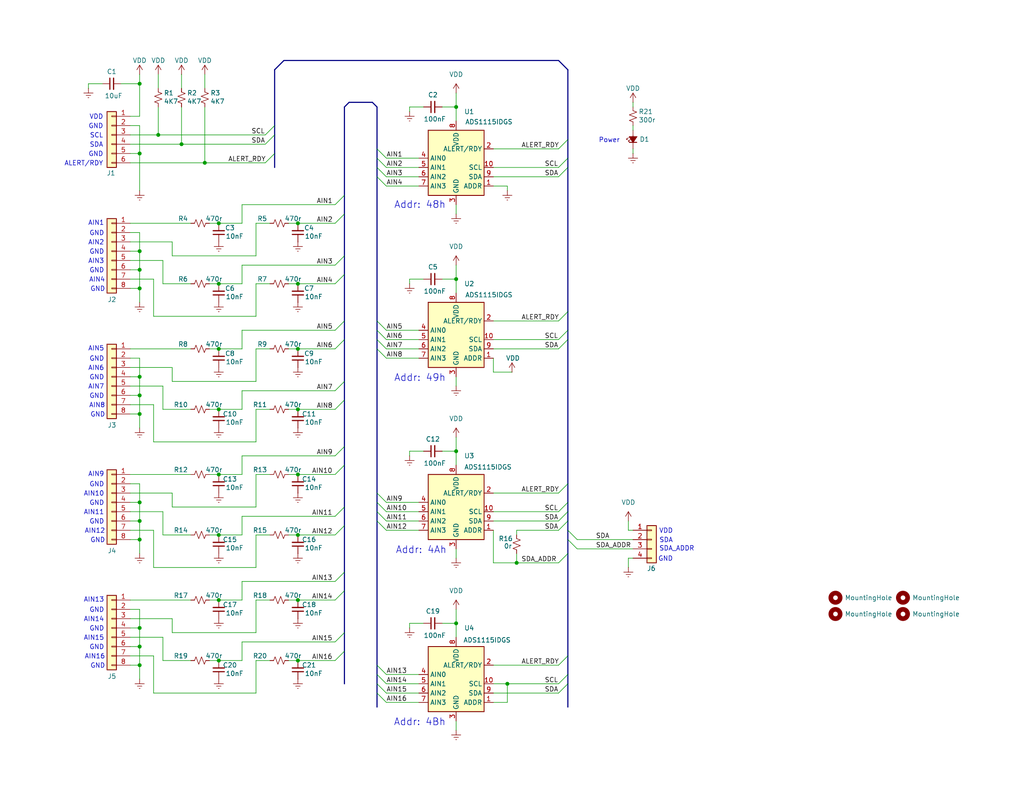
<source format=kicad_sch>
(kicad_sch (version 20231120) (generator "eeschema") (generator_version "8.0")
  (paper "A")
  (title_block (title "ADS1115 16 Ch ADC") (date "2024-11-23") (rev "1") (company "Gadget Reboot") (comment 1 "https://www.youtube.com/@gadgetreboot") (comment 2 "https://github.com/GadgetReboot/ADS1115_16ch"))
  (junction (at 138.43 186.69))
  (junction (at 38.1 22.86))
  (junction (at 49.53 39.37))
  (junction (at 38.1 147.32))
  (junction (at 59.69 77.47))
  (junction (at 81.28 77.47))
  (junction (at 81.28 111.76))
  (junction (at 59.69 95.25))
  (junction (at 81.28 163.83))
  (junction (at 38.1 107.95))
  (junction (at 38.1 113.03))
  (junction (at 81.28 95.25))
  (junction (at 38.1 176.53))
  (junction (at 124.46 170.18))
  (junction (at 59.69 146.05))
  (junction (at 38.1 78.74))
  (junction (at 81.28 129.54))
  (junction (at 38.1 137.16))
  (junction (at 38.1 73.66))
  (junction (at 38.1 41.91))
  (junction (at 140.97 153.67))
  (junction (at 81.28 180.34))
  (junction (at 38.1 171.45))
  (junction (at 81.28 60.96))
  (junction (at 59.69 180.34))
  (junction (at 59.69 60.96))
  (junction (at 38.1 142.24))
  (junction (at 124.46 29.21))
  (junction (at 124.46 76.2))
  (junction (at 38.1 102.87))
  (junction (at 59.69 111.76))
  (junction (at 38.1 68.58))
  (junction (at 124.46 123.19))
  (junction (at 59.69 129.54))
  (junction (at 55.88 44.45))
  (junction (at 43.18 36.83))
  (junction (at 59.69 163.83))
  (junction (at 81.28 146.05))
  (junction (at 38.1 181.61))
  (bus_entry (at 102.87 87.63) (size 2.54 2.54))
  (bus_entry (at 102.87 186.69) (size 2.54 2.54))
  (bus_entry (at 102.87 92.71) (size 2.54 2.54))
  (bus_entry (at 93.98 161.29) (size -2.54 2.54))
  (bus_entry (at 154.94 45.72) (size -2.54 2.54))
  (bus_entry (at 102.87 139.7) (size 2.54 2.54))
  (bus_entry (at 154.94 90.17) (size -2.54 2.54))
  (bus_entry (at 154.94 179.07) (size -2.54 2.54))
  (bus_entry (at 154.94 85.09) (size -2.54 2.54))
  (bus_entry (at 93.98 177.8) (size -2.54 2.54))
  (bus_entry (at 102.87 189.23) (size 2.54 2.54))
  (bus_entry (at 93.98 92.71) (size -2.54 2.54))
  (bus_entry (at 102.87 90.17) (size 2.54 2.54))
  (bus_entry (at 102.87 43.18) (size 2.54 2.54))
  (bus_entry (at 154.94 92.71) (size -2.54 2.54))
  (bus_entry (at 154.94 184.15) (size -2.54 2.54))
  (bus_entry (at 74.93 36.83) (size -2.54 2.54))
  (bus_entry (at 102.87 137.16) (size 2.54 2.54))
  (bus_entry (at 93.98 87.63) (size -2.54 2.54))
  (bus_entry (at 102.87 181.61) (size 2.54 2.54))
  (bus_entry (at 154.94 151.13) (size -2.54 2.54))
  (bus_entry (at 102.87 48.26) (size 2.54 2.54))
  (bus_entry (at 93.98 121.92) (size -2.54 2.54))
  (bus_entry (at 74.93 34.29) (size -2.54 2.54))
  (bus_entry (at 74.93 41.91) (size -2.54 2.54))
  (bus_entry (at 93.98 53.34) (size -2.54 2.54))
  (bus_entry (at 93.98 104.14) (size -2.54 2.54))
  (bus_entry (at 102.87 134.62) (size 2.54 2.54))
  (bus_entry (at 154.94 137.16) (size -2.54 2.54))
  (bus_entry (at 93.98 74.93) (size -2.54 2.54))
  (bus_entry (at 154.94 139.7) (size -2.54 2.54))
  (bus_entry (at 93.98 156.21) (size -2.54 2.54))
  (bus_entry (at 154.94 142.24) (size -2.54 2.54))
  (bus_entry (at 102.87 40.64) (size 2.54 2.54))
  (bus_entry (at 93.98 143.51) (size -2.54 2.54))
  (bus_entry (at 154.94 186.69) (size -2.54 2.54))
  (bus_entry (at 102.87 45.72) (size 2.54 2.54))
  (bus_entry (at 93.98 172.72) (size -2.54 2.54))
  (bus_entry (at 154.94 144.78) (size 2.54 2.54))
  (bus_entry (at 93.98 69.85) (size -2.54 2.54))
  (bus_entry (at 102.87 95.25) (size 2.54 2.54))
  (bus_entry (at 154.94 43.18) (size -2.54 2.54))
  (bus_entry (at 93.98 127) (size -2.54 2.54))
  (bus_entry (at 93.98 58.42) (size -2.54 2.54))
  (bus_entry (at 102.87 184.15) (size 2.54 2.54))
  (bus_entry (at 93.98 109.22) (size -2.54 2.54))
  (bus_entry (at 93.98 138.43) (size -2.54 2.54))
  (bus_entry (at 102.87 142.24) (size 2.54 2.54))
  (bus_entry (at 154.94 38.1) (size -2.54 2.54))
  (bus_entry (at 154.94 147.32) (size 2.54 2.54))
  (bus_entry (at 154.94 132.08) (size -2.54 2.54))
  (wire (pts (xy 124.46 76.2) (xy 124.46 80.01)))
  (bus (pts (xy 93.98 104.14) (xy 93.98 109.22)))
  (wire (pts (xy 38.1 113.03) (xy 38.1 116.84)))
  (wire (pts (xy 124.46 29.21) (xy 124.46 33.02)))
  (wire (pts (xy 172.72 40.64) (xy 172.72 41.91)))
  (bus (pts (xy 93.98 172.72) (xy 93.98 177.8)))
  (wire (pts (xy 105.41 137.16) (xy 114.3 137.16)))
  (wire (pts (xy 105.41 90.17) (xy 114.3 90.17)))
  (wire (pts (xy 134.62 87.63) (xy 152.4 87.63)))
  (bus (pts (xy 154.94 151.13) (xy 154.94 179.07)))
  (wire (pts (xy 69.85 104.14) (xy 69.85 95.25)))
  (wire (pts (xy 57.15 111.76) (xy 59.69 111.76)))
  (wire (pts (xy 81.28 129.54) (xy 91.44 129.54)))
  (wire (pts (xy 105.41 191.77) (xy 114.3 191.77)))
  (bus (pts (xy 102.87 43.18) (xy 102.87 45.72)))
  (wire (pts (xy 69.85 180.34) (xy 73.66 180.34)))
  (wire (pts (xy 35.56 97.79) (xy 38.1 97.79)))
  (wire (pts (xy 157.48 149.86) (xy 172.72 149.86)))
  (wire (pts (xy 66.04 60.96) (xy 59.69 60.96)))
  (wire (pts (xy 134.62 134.62) (xy 152.4 134.62)))
  (wire (pts (xy 134.62 181.61) (xy 152.4 181.61)))
  (wire (pts (xy 124.46 123.19) (xy 124.46 119.38)))
  (bus (pts (xy 93.98 127) (xy 93.98 138.43)))
  (wire (pts (xy 69.85 120.65) (xy 69.85 111.76)))
  (bus (pts (xy 74.93 41.91) (xy 74.93 45.72)))
  (bus (pts (xy 102.87 40.64) (xy 102.87 43.18)))
  (wire (pts (xy 35.56 78.74) (xy 38.1 78.74)))
  (wire (pts (xy 81.28 95.25) (xy 91.44 95.25)))
  (wire (pts (xy 57.15 129.54) (xy 59.69 129.54)))
  (wire (pts (xy 171.45 152.4) (xy 171.45 154.94)))
  (wire (pts (xy 81.28 180.34) (xy 91.44 180.34)))
  (bus (pts (xy 74.93 34.29) (xy 74.93 36.83)))
  (wire (pts (xy 120.65 29.21) (xy 124.46 29.21)))
  (wire (pts (xy 69.85 172.72) (xy 69.85 163.83)))
  (wire (pts (xy 140.97 153.67) (xy 152.4 153.67)))
  (wire (pts (xy 69.85 95.25) (xy 73.66 95.25)))
  (wire (pts (xy 81.28 77.47) (xy 91.44 77.47)))
  (wire (pts (xy 57.15 146.05) (xy 59.69 146.05)))
  (wire (pts (xy 69.85 69.85) (xy 69.85 60.96)))
  (bus (pts (xy 102.87 137.16) (xy 102.87 139.7)))
  (wire (pts (xy 105.41 189.23) (xy 114.3 189.23)))
  (wire (pts (xy 55.88 20.32) (xy 55.88 24.13)))
  (wire (pts (xy 44.45 173.99) (xy 44.45 180.34)))
  (wire (pts (xy 38.1 107.95) (xy 38.1 113.03)))
  (bus (pts (xy 93.98 92.71) (xy 93.98 104.14)))
  (wire (pts (xy 124.46 29.21) (xy 124.46 25.4)))
  (wire (pts (xy 38.1 68.58) (xy 38.1 73.66)))
  (bus (pts (xy 93.98 161.29) (xy 93.98 172.72)))
  (wire (pts (xy 105.41 92.71) (xy 114.3 92.71)))
  (wire (pts (xy 38.1 171.45) (xy 38.1 176.53)))
  (wire (pts (xy 41.91 189.23) (xy 69.85 189.23)))
  (bus (pts (xy 154.94 137.16) (xy 154.94 139.7)))
  (bus (pts (xy 154.94 132.08) (xy 154.94 137.16)))
  (bus (pts (xy 154.94 38.1) (xy 154.94 43.18)))
  (wire (pts (xy 38.1 34.29) (xy 38.1 41.91)))
  (wire (pts (xy 172.72 27.94) (xy 172.72 29.21)))
  (bus (pts (xy 154.94 147.32) (xy 154.94 151.13)))
  (wire (pts (xy 105.41 95.25) (xy 114.3 95.25)))
  (wire (pts (xy 35.56 41.91) (xy 38.1 41.91)))
  (wire (pts (xy 115.57 123.19) (xy 111.76 123.19)))
  (wire (pts (xy 157.48 147.32) (xy 172.72 147.32)))
  (bus (pts (xy 154.94 186.69) (xy 154.94 193.04)))
  (wire (pts (xy 78.74 60.96) (xy 81.28 60.96)))
  (wire (pts (xy 66.04 55.88) (xy 66.04 60.96)))
  (bus (pts (xy 102.87 45.72) (xy 102.87 48.26)))
  (wire (pts (xy 44.45 139.7) (xy 44.45 146.05)))
  (wire (pts (xy 35.56 71.12) (xy 44.45 71.12)))
  (wire (pts (xy 69.85 163.83) (xy 73.66 163.83)))
  (wire (pts (xy 35.56 163.83) (xy 52.07 163.83)))
  (wire (pts (xy 66.04 163.83) (xy 66.04 158.75)))
  (wire (pts (xy 41.91 144.78) (xy 41.91 154.94)))
  (wire (pts (xy 59.69 129.54) (xy 66.04 129.54)))
  (wire (pts (xy 35.56 168.91) (xy 46.99 168.91)))
  (wire (pts (xy 57.15 60.96) (xy 59.69 60.96)))
  (bus (pts (xy 102.87 48.26) (xy 102.87 87.63)))
  (wire (pts (xy 78.74 146.05) (xy 81.28 146.05)))
  (wire (pts (xy 44.45 105.41) (xy 44.45 111.76)))
  (wire (pts (xy 57.15 95.25) (xy 59.69 95.25)))
  (bus (pts (xy 102.87 189.23) (xy 102.87 193.04)))
  (wire (pts (xy 35.56 137.16) (xy 38.1 137.16)))
  (wire (pts (xy 69.85 129.54) (xy 73.66 129.54)))
  (wire (pts (xy 115.57 170.18) (xy 111.76 170.18)))
  (bus (pts (xy 154.94 179.07) (xy 154.94 184.15)))
  (wire (pts (xy 35.56 181.61) (xy 38.1 181.61)))
  (wire (pts (xy 66.04 129.54) (xy 66.04 124.46)))
  (wire (pts (xy 66.04 77.47) (xy 66.04 72.39)))
  (wire (pts (xy 78.74 163.83) (xy 81.28 163.83)))
  (bus (pts (xy 154.94 90.17) (xy 154.94 92.71)))
  (wire (pts (xy 78.74 77.47) (xy 81.28 77.47)))
  (wire (pts (xy 66.04 106.68) (xy 91.44 106.68)))
  (wire (pts (xy 91.44 55.88) (xy 66.04 55.88)))
  (wire (pts (xy 66.04 72.39) (xy 91.44 72.39)))
  (wire (pts (xy 57.15 77.47) (xy 59.69 77.47)))
  (wire (pts (xy 35.56 105.41) (xy 44.45 105.41)))
  (wire (pts (xy 35.56 66.04) (xy 46.99 66.04)))
  (wire (pts (xy 35.56 68.58) (xy 38.1 68.58)))
  (bus (pts (xy 102.87 87.63) (xy 102.87 90.17)))
  (bus (pts (xy 74.93 19.05) (xy 74.93 34.29)))
  (wire (pts (xy 57.15 163.83) (xy 59.69 163.83)))
  (wire (pts (xy 66.04 175.26) (xy 91.44 175.26)))
  (wire (pts (xy 140.97 144.78) (xy 152.4 144.78)))
  (wire (pts (xy 24.13 22.86) (xy 24.13 24.13)))
  (wire (pts (xy 46.99 172.72) (xy 69.85 172.72)))
  (wire (pts (xy 105.41 139.7) (xy 114.3 139.7)))
  (wire (pts (xy 81.28 146.05) (xy 91.44 146.05)))
  (wire (pts (xy 35.56 100.33) (xy 46.99 100.33)))
  (wire (pts (xy 78.74 129.54) (xy 81.28 129.54)))
  (wire (pts (xy 91.44 124.46) (xy 66.04 124.46)))
  (wire (pts (xy 134.62 144.78) (xy 134.62 153.67)))
  (wire (pts (xy 44.45 71.12) (xy 44.45 77.47)))
  (wire (pts (xy 46.99 100.33) (xy 46.99 104.14)))
  (wire (pts (xy 115.57 76.2) (xy 111.76 76.2)))
  (wire (pts (xy 38.1 63.5) (xy 38.1 68.58)))
  (wire (pts (xy 35.56 44.45) (xy 55.88 44.45)))
  (wire (pts (xy 35.56 173.99) (xy 44.45 173.99)))
  (bus (pts (xy 93.98 29.21) (xy 93.98 53.34)))
  (wire (pts (xy 35.56 139.7) (xy 44.45 139.7)))
  (wire (pts (xy 66.04 140.97) (xy 91.44 140.97)))
  (wire (pts (xy 35.56 60.96) (xy 52.07 60.96)))
  (wire (pts (xy 43.18 36.83) (xy 72.39 36.83)))
  (bus (pts (xy 154.94 92.71) (xy 154.94 132.08)))
  (bus (pts (xy 101.6 27.94) (xy 102.87 29.21)))
  (wire (pts (xy 35.56 176.53) (xy 38.1 176.53)))
  (wire (pts (xy 134.62 191.77) (xy 138.43 191.77)))
  (wire (pts (xy 41.91 179.07) (xy 41.91 189.23)))
  (bus (pts (xy 154.94 184.15) (xy 154.94 186.69)))
  (wire (pts (xy 41.91 86.36) (xy 69.85 86.36)))
  (wire (pts (xy 38.1 97.79) (xy 38.1 102.87)))
  (wire (pts (xy 124.46 170.18) (xy 124.46 166.37)))
  (bus (pts (xy 95.25 27.94) (xy 101.6 27.94)))
  (wire (pts (xy 66.04 95.25) (xy 66.04 90.17)))
  (wire (pts (xy 43.18 36.83) (xy 43.18 29.21)))
  (bus (pts (xy 154.94 85.09) (xy 154.94 90.17)))
  (wire (pts (xy 69.85 138.43) (xy 69.85 129.54)))
  (wire (pts (xy 46.99 104.14) (xy 69.85 104.14)))
  (bus (pts (xy 93.98 87.63) (xy 93.98 92.71)))
  (wire (pts (xy 134.62 139.7) (xy 152.4 139.7)))
  (wire (pts (xy 69.85 77.47) (xy 73.66 77.47)))
  (bus (pts (xy 93.98 138.43) (xy 93.98 143.51)))
  (wire (pts (xy 69.85 111.76) (xy 73.66 111.76)))
  (wire (pts (xy 35.56 73.66) (xy 38.1 73.66)))
  (wire (pts (xy 38.1 78.74) (xy 38.1 82.55)))
  (wire (pts (xy 35.56 132.08) (xy 38.1 132.08)))
  (wire (pts (xy 69.85 146.05) (xy 73.66 146.05)))
  (wire (pts (xy 59.69 95.25) (xy 66.04 95.25)))
  (wire (pts (xy 38.1 102.87) (xy 38.1 107.95)))
  (bus (pts (xy 102.87 186.69) (xy 102.87 189.23)))
  (wire (pts (xy 134.62 40.64) (xy 152.4 40.64)))
  (wire (pts (xy 44.45 77.47) (xy 52.07 77.47)))
  (wire (pts (xy 134.62 186.69) (xy 138.43 186.69)))
  (bus (pts (xy 154.94 43.18) (xy 154.94 45.72)))
  (wire (pts (xy 38.1 147.32) (xy 38.1 151.13)))
  (wire (pts (xy 105.41 45.72) (xy 114.3 45.72)))
  (wire (pts (xy 111.76 29.21) (xy 111.76 30.48)))
  (wire (pts (xy 115.57 29.21) (xy 111.76 29.21)))
  (bus (pts (xy 93.98 143.51) (xy 93.98 156.21)))
  (wire (pts (xy 59.69 111.76) (xy 66.04 111.76)))
  (wire (pts (xy 43.18 20.32) (xy 43.18 24.13)))
  (wire (pts (xy 38.1 73.66) (xy 38.1 78.74)))
  (wire (pts (xy 105.41 142.24) (xy 114.3 142.24)))
  (wire (pts (xy 105.41 184.15) (xy 114.3 184.15)))
  (wire (pts (xy 172.72 152.4) (xy 171.45 152.4)))
  (wire (pts (xy 49.53 39.37) (xy 72.39 39.37)))
  (wire (pts (xy 41.91 154.94) (xy 69.85 154.94)))
  (wire (pts (xy 78.74 95.25) (xy 81.28 95.25)))
  (wire (pts (xy 35.56 63.5) (xy 38.1 63.5)))
  (wire (pts (xy 38.1 132.08) (xy 38.1 137.16)))
  (wire (pts (xy 46.99 69.85) (xy 69.85 69.85)))
  (bus (pts (xy 154.94 19.05) (xy 154.94 38.1)))
  (wire (pts (xy 59.69 146.05) (xy 66.04 146.05)))
  (wire (pts (xy 171.45 144.78) (xy 171.45 142.24)))
  (wire (pts (xy 124.46 76.2) (xy 124.46 72.39)))
  (wire (pts (xy 105.41 48.26) (xy 114.3 48.26)))
  (wire (pts (xy 38.1 22.86) (xy 38.1 20.32)))
  (wire (pts (xy 138.43 186.69) (xy 152.4 186.69)))
  (bus (pts (xy 102.87 90.17) (xy 102.87 92.71)))
  (wire (pts (xy 124.46 196.85) (xy 124.46 199.39)))
  (bus (pts (xy 93.98 109.22) (xy 93.98 121.92)))
  (wire (pts (xy 124.46 149.86) (xy 124.46 152.4)))
  (wire (pts (xy 134.62 101.6) (xy 134.62 97.79)))
  (wire (pts (xy 105.41 97.79) (xy 114.3 97.79)))
  (wire (pts (xy 38.1 31.75) (xy 38.1 22.86)))
  (wire (pts (xy 81.28 163.83) (xy 91.44 163.83)))
  (wire (pts (xy 134.62 142.24) (xy 152.4 142.24)))
  (wire (pts (xy 35.56 179.07) (xy 41.91 179.07)))
  (wire (pts (xy 44.45 111.76) (xy 52.07 111.76)))
  (wire (pts (xy 38.1 176.53) (xy 38.1 181.61)))
  (wire (pts (xy 59.69 180.34) (xy 66.04 180.34)))
  (wire (pts (xy 172.72 34.29) (xy 172.72 35.56)))
  (bus (pts (xy 93.98 74.93) (xy 93.98 87.63)))
  (bus (pts (xy 93.98 58.42) (xy 93.98 69.85)))
  (wire (pts (xy 41.91 120.65) (xy 69.85 120.65)))
  (bus (pts (xy 95.25 27.94) (xy 93.98 29.21)))
  (wire (pts (xy 44.45 180.34) (xy 52.07 180.34)))
  (wire (pts (xy 134.62 92.71) (xy 152.4 92.71)))
  (wire (pts (xy 35.56 95.25) (xy 52.07 95.25)))
  (wire (pts (xy 134.62 50.8) (xy 138.43 50.8)))
  (wire (pts (xy 66.04 146.05) (xy 66.04 140.97)))
  (wire (pts (xy 124.46 55.88) (xy 124.46 58.42)))
  (wire (pts (xy 41.91 76.2) (xy 41.91 86.36)))
  (wire (pts (xy 69.85 189.23) (xy 69.85 180.34)))
  (wire (pts (xy 35.56 36.83) (xy 43.18 36.83)))
  (wire (pts (xy 138.43 186.69) (xy 138.43 191.77)))
  (bus (pts (xy 102.87 184.15) (xy 102.87 186.69)))
  (wire (pts (xy 35.56 147.32) (xy 38.1 147.32)))
  (bus (pts (xy 93.98 177.8) (xy 93.98 186.69)))
  (wire (pts (xy 38.1 137.16) (xy 38.1 142.24)))
  (wire (pts (xy 66.04 111.76) (xy 66.04 106.68)))
  (wire (pts (xy 35.56 129.54) (xy 52.07 129.54)))
  (wire (pts (xy 105.41 186.69) (xy 114.3 186.69)))
  (wire (pts (xy 134.62 153.67) (xy 140.97 153.67)))
  (wire (pts (xy 120.65 123.19) (xy 124.46 123.19)))
  (wire (pts (xy 111.76 170.18) (xy 111.76 171.45)))
  (wire (pts (xy 35.56 39.37) (xy 49.53 39.37)))
  (wire (pts (xy 59.69 163.83) (xy 66.04 163.83)))
  (wire (pts (xy 38.1 142.24) (xy 38.1 147.32)))
  (wire (pts (xy 35.56 107.95) (xy 38.1 107.95)))
  (wire (pts (xy 124.46 170.18) (xy 124.46 173.99)))
  (wire (pts (xy 38.1 41.91) (xy 38.1 52.07)))
  (bus (pts (xy 154.94 144.78) (xy 154.94 147.32)))
  (wire (pts (xy 140.97 146.05) (xy 140.97 144.78)))
  (wire (pts (xy 134.62 95.25) (xy 152.4 95.25)))
  (wire (pts (xy 49.53 20.32) (xy 49.53 24.13)))
  (wire (pts (xy 33.02 22.86) (xy 38.1 22.86)))
  (wire (pts (xy 55.88 44.45) (xy 72.39 44.45)))
  (wire (pts (xy 35.56 144.78) (xy 41.91 144.78)))
  (wire (pts (xy 46.99 66.04) (xy 46.99 69.85)))
  (wire (pts (xy 46.99 138.43) (xy 69.85 138.43)))
  (wire (pts (xy 46.99 134.62) (xy 46.99 138.43)))
  (wire (pts (xy 69.85 86.36) (xy 69.85 77.47)))
  (wire (pts (xy 35.56 142.24) (xy 38.1 142.24)))
  (wire (pts (xy 35.56 76.2) (xy 41.91 76.2)))
  (bus (pts (xy 93.98 53.34) (xy 93.98 58.42)))
  (bus (pts (xy 74.93 19.05) (xy 77.47 16.51)))
  (bus (pts (xy 154.94 139.7) (xy 154.94 142.24)))
  (wire (pts (xy 78.74 111.76) (xy 81.28 111.76)))
  (wire (pts (xy 91.44 158.75) (xy 66.04 158.75)))
  (wire (pts (xy 81.28 60.96) (xy 91.44 60.96)))
  (bus (pts (xy 77.47 16.51) (xy 152.4 16.51)))
  (wire (pts (xy 105.41 144.78) (xy 114.3 144.78)))
  (wire (pts (xy 124.46 123.19) (xy 124.46 127)))
  (bus (pts (xy 154.94 142.24) (xy 154.94 144.78)))
  (wire (pts (xy 134.62 48.26) (xy 152.4 48.26)))
  (bus (pts (xy 102.87 142.24) (xy 102.87 181.61)))
  (wire (pts (xy 27.94 22.86) (xy 24.13 22.86)))
  (wire (pts (xy 66.04 180.34) (xy 66.04 175.26)))
  (bus (pts (xy 102.87 134.62) (xy 102.87 137.16)))
  (wire (pts (xy 69.85 60.96) (xy 73.66 60.96)))
  (bus (pts (xy 93.98 156.21) (xy 93.98 161.29)))
  (wire (pts (xy 172.72 144.78) (xy 171.45 144.78)))
  (wire (pts (xy 38.1 181.61) (xy 38.1 185.42)))
  (bus (pts (xy 102.87 29.21) (xy 102.87 40.64)))
  (wire (pts (xy 81.28 111.76) (xy 91.44 111.76)))
  (wire (pts (xy 46.99 168.91) (xy 46.99 172.72)))
  (bus (pts (xy 93.98 69.85) (xy 93.98 74.93)))
  (wire (pts (xy 138.43 50.8) (xy 138.43 52.07)))
  (wire (pts (xy 44.45 146.05) (xy 52.07 146.05)))
  (wire (pts (xy 111.76 76.2) (xy 111.76 77.47)))
  (wire (pts (xy 35.56 102.87) (xy 38.1 102.87)))
  (wire (pts (xy 35.56 166.37) (xy 38.1 166.37)))
  (wire (pts (xy 134.62 189.23) (xy 152.4 189.23)))
  (wire (pts (xy 78.74 180.34) (xy 81.28 180.34)))
  (bus (pts (xy 154.94 45.72) (xy 154.94 85.09)))
  (wire (pts (xy 91.44 90.17) (xy 66.04 90.17)))
  (wire (pts (xy 49.53 39.37) (xy 49.53 29.21)))
  (wire (pts (xy 38.1 166.37) (xy 38.1 171.45)))
  (bus (pts (xy 102.87 92.71) (xy 102.87 95.25)))
  (wire (pts (xy 140.97 151.13) (xy 140.97 153.67)))
  (wire (pts (xy 41.91 110.49) (xy 41.91 120.65)))
  (wire (pts (xy 35.56 31.75) (xy 38.1 31.75)))
  (bus (pts (xy 102.87 95.25) (xy 102.87 134.62)))
  (wire (pts (xy 35.56 134.62) (xy 46.99 134.62)))
  (wire (pts (xy 134.62 45.72) (xy 152.4 45.72)))
  (wire (pts (xy 124.46 102.87) (xy 124.46 105.41)))
  (bus (pts (xy 102.87 181.61) (xy 102.87 184.15)))
  (wire (pts (xy 59.69 77.47) (xy 66.04 77.47)))
  (wire (pts (xy 35.56 34.29) (xy 38.1 34.29)))
  (wire (pts (xy 35.56 113.03) (xy 38.1 113.03)))
  (wire (pts (xy 120.65 170.18) (xy 124.46 170.18)))
  (bus (pts (xy 93.98 121.92) (xy 93.98 127)))
  (wire (pts (xy 57.15 180.34) (xy 59.69 180.34)))
  (wire (pts (xy 69.85 154.94) (xy 69.85 146.05)))
  (bus (pts (xy 102.87 139.7) (xy 102.87 142.24)))
  (wire (pts (xy 35.56 171.45) (xy 38.1 171.45)))
  (wire (pts (xy 120.65 76.2) (xy 124.46 76.2)))
  (wire (pts (xy 105.41 43.18) (xy 114.3 43.18)))
  (bus (pts (xy 74.93 36.83) (xy 74.93 41.91)))
  (wire (pts (xy 105.41 50.8) (xy 114.3 50.8)))
  (wire (pts (xy 139.7 101.6) (xy 134.62 101.6)))
  (bus (pts (xy 152.4 16.51) (xy 154.94 19.05)))
  (wire (pts (xy 55.88 44.45) (xy 55.88 29.21)))
  (wire (pts (xy 111.76 123.19) (xy 111.76 124.46)))
  (wire (pts (xy 35.56 110.49) (xy 41.91 110.49)))
  (text "GND" (at 28.448 172.466 0) (effects (font (size 1.27 1.27)) (justify right bottom)))
  (text "GND" (at 28.448 138.176 0) (effects (font (size 1.27 1.27)) (justify right bottom)))
  (text "GND" (at 183.642 153.416 0) (effects (font (size 1.27 1.27)) (justify right bottom)))
  (text "AIN14" (at 28.448 169.926 0) (effects (font (size 1.27 1.27)) (justify right bottom)))
  (text "AIN7" (at 28.448 106.426 0) (effects (font (size 1.27 1.27)) (justify right bottom)))
  (text "SDA_ADDR" (at 189.484 150.622 0) (effects (font (size 1.27 1.27)) (justify right bottom)))
  (text "GND" (at 28.702 79.756 0) (effects (font (size 1.27 1.27)) (justify right bottom)))
  (text "GND" (at 28.448 133.096 0) (effects (font (size 1.27 1.27)) (justify right bottom)))
  (text "SCL" (at 28.194 37.846 0) (effects (font (size 1.27 1.27)) (justify right bottom)))
  (text "AIN13" (at 28.448 164.592 0) (effects (font (size 1.27 1.27)) (justify right bottom)))
  (text "AIN11" (at 28.448 140.716 0) (effects (font (size 1.27 1.27)) (justify right bottom)))
  (text "GND" (at 28.448 108.966 0) (effects (font (size 1.27 1.27)) (justify right bottom)))
  (text "Addr: 4Bh" (at 121.666 198.374 0) (effects (font (size 1.905 1.905)) (justify right bottom)))
  (text "AIN3" (at 28.448 72.136 0) (effects (font (size 1.27 1.27)) (justify right bottom)))
  (text "Addr: 48h" (at 121.666 57.15 0) (effects (font (size 1.905 1.905)) (justify right bottom)))
  (text "Addr: 49h" (at 121.666 104.394 0) (effects (font (size 1.905 1.905)) (justify right bottom)))
  (text "ALERT/RDY" (at 28.194 45.466 0) (effects (font (size 1.27 1.27)) (justify right bottom)))
  (text "AIN15" (at 28.448 175.006 0) (effects (font (size 1.27 1.27)) (justify right bottom)))
  (text "AIN10" (at 28.448 135.636 0) (effects (font (size 1.27 1.27)) (justify right bottom)))
  (text "GND" (at 28.194 35.306 0) (effects (font (size 1.27 1.27)) (justify right bottom)))
  (text "AIN8" (at 28.702 111.506 0) (effects (font (size 1.27 1.27)) (justify right bottom)))
  (text "GND" (at 28.448 103.886 0) (effects (font (size 1.27 1.27)) (justify right bottom)))
  (text "AIN16" (at 28.702 180.086 0) (effects (font (size 1.27 1.27)) (justify right bottom)))
  (text "AIN4" (at 28.702 77.216 0) (effects (font (size 1.27 1.27)) (justify right bottom)))
  (text "VDD" (at 183.642 145.796 0) (effects (font (size 1.27 1.27)) (justify right bottom)))
  (text "AIN9" (at 28.448 130.302 0) (effects (font (size 1.27 1.27)) (justify right bottom)))
  (text "AIN6" (at 28.448 101.346 0) (effects (font (size 1.27 1.27)) (justify right bottom)))
  (text "AIN2" (at 28.448 67.056 0) (effects (font (size 1.27 1.27)) (justify right bottom)))
  (text "GND" (at 28.448 167.386 0) (effects (font (size 1.27 1.27)) (justify right bottom)))
  (text "GND" (at 28.448 98.806 0) (effects (font (size 1.27 1.27)) (justify right bottom)))
  (text "GND" (at 28.448 143.256 0) (effects (font (size 1.27 1.27)) (justify right bottom)))
  (text "Power" (at 169.164 39.116 0) (effects (font (size 1.27 1.27)) (justify right bottom)))
  (text "GND" (at 28.194 42.926 0) (effects (font (size 1.27 1.27)) (justify right bottom)))
  (text "GND" (at 28.702 114.046 0) (effects (font (size 1.27 1.27)) (justify right bottom)))
  (text "GND" (at 28.702 148.336 0) (effects (font (size 1.27 1.27)) (justify right bottom)))
  (text "GND" (at 28.448 64.516 0) (effects (font (size 1.27 1.27)) (justify right bottom)))
  (text "Addr: 4Ah" (at 121.92 151.384 0) (effects (font (size 1.905 1.905)) (justify right bottom)))
  (text "GND" (at 28.448 177.546 0) (effects (font (size 1.27 1.27)) (justify right bottom)))
  (text "AIN12" (at 28.702 145.796 0) (effects (font (size 1.27 1.27)) (justify right bottom)))
  (text "SDA" (at 28.194 40.386 0) (effects (font (size 1.27 1.27)) (justify right bottom)))
  (text "VDD" (at 28.194 32.766 0) (effects (font (size 1.27 1.27)) (justify right bottom)))
  (text "AIN1" (at 28.448 61.722 0) (effects (font (size 1.27 1.27)) (justify right bottom)))
  (text "SDA" (at 183.642 148.336 0) (effects (font (size 1.27 1.27)) (justify right bottom)))
  (text "GND" (at 28.448 69.596 0) (effects (font (size 1.27 1.27)) (justify right bottom)))
  (text "AIN5" (at 28.448 96.012 0) (effects (font (size 1.27 1.27)) (justify right bottom)))
  (text "GND" (at 28.448 74.676 0) (effects (font (size 1.27 1.27)) (justify right bottom)))
  (text "GND" (at 28.702 182.626 0) (effects (font (size 1.27 1.27)) (justify right bottom)))
  (label "AIN2" (at 105.41 45.72 0))
  (label "AIN13" (at 85.09 158.75 0))
  (label "AIN12" (at 85.09 146.05 0))
  (label "SDA_ADDR" (at 142.24 153.67 0))
  (label "ALERT_RDY" (at 142.24 40.64 0))
  (label "AIN8" (at 105.41 97.79 0))
  (label "AIN4" (at 105.41 50.8 0))
  (label "SDA_ADDR" (at 162.56 149.86 0))
  (label "AIN2" (at 86.36 60.96 0))
  (label "AIN7" (at 105.41 95.25 0))
  (label "AIN9" (at 86.36 124.46 0))
  (label "AIN11" (at 85.09 140.97 0))
  (label "AIN10" (at 105.41 139.7 0))
  (label "SDA" (at 148.59 48.26 0))
  (label "SCL" (at 68.58 36.83 0))
  (label "AIN1" (at 105.41 43.18 0))
  (label "SDA" (at 68.58 39.37 0))
  (label "SDA" (at 148.59 189.23 0))
  (label "ALERT_RDY" (at 142.24 87.63 0))
  (label "AIN10" (at 85.09 129.54 0))
  (label "SCL" (at 148.59 45.72 0))
  (label "AIN5" (at 86.36 90.17 0))
  (label "AIN1" (at 86.36 55.88 0))
  (label "SCL" (at 148.59 186.69 0))
  (label "SDA" (at 148.59 142.24 0))
  (label "AIN7" (at 86.36 106.68 0))
  (label "AIN6" (at 105.41 92.71 0))
  (label "SDA" (at 148.59 144.78 0))
  (label "SDA" (at 162.56 147.32 0))
  (label "ALERT_RDY" (at 62.23 44.45 0))
  (label "AIN9" (at 105.41 137.16 0))
  (label "ALERT_RDY" (at 142.24 134.62 0))
  (label "AIN8" (at 86.36 111.76 0))
  (label "AIN12" (at 105.41 144.78 0))
  (label "AIN14" (at 85.09 163.83 0))
  (label "AIN6" (at 86.36 95.25 0))
  (label "AIN14" (at 105.41 186.69 0))
  (label "AIN16" (at 105.41 191.77 0))
  (label "AIN13" (at 105.41 184.15 0))
  (label "AIN16" (at 85.09 180.34 0))
  (label "AIN15" (at 85.09 175.26 0))
  (label "AIN4" (at 86.36 77.47 0))
  (label "SDA" (at 148.59 95.25 0))
  (label "AIN3" (at 86.36 72.39 0))
  (label "AIN15" (at 105.41 189.23 0))
  (label "ALERT_RDY" (at 142.24 181.61 0))
  (label "SCL" (at 148.59 92.71 0))
  (label "AIN11" (at 105.41 142.24 0))
  (label "AIN3" (at 105.41 48.26 0))
  (label "SCL" (at 148.59 139.7 0))
  (label "AIN5" (at 105.41 90.17 0))
  (symbol (lib_id "Mechanical:MountingHole") (at 246.38 163.195 0) (unit 1)
    (property "Reference" "H2" (effects (hide yes)))
    (property "Value" "MountingHole" (at 248.92 163.195 0) (effects (justify left)))
    (property "Footprint" "MountingHole:MountingHole_3.5mm" (effects (hide yes)))
  )
  (symbol (lib_id "Mechanical:MountingHole") (at 246.38 167.64 0) (unit 1)
    (property "Reference" "H4" (effects (hide yes)))
    (property "Value" "MountingHole" (at 248.92 167.64 0) (effects (justify left)))
    (property "Footprint" "MountingHole:MountingHole_3.5mm" (effects (hide yes)))
  )
  (symbol (lib_id "Mechanical:MountingHole") (at 227.965 163.195 0) (unit 1)
    (property "Reference" "H1" (effects (hide yes)))
    (property "Value" "MountingHole" (at 230.505 163.195 0) (effects (justify left)))
    (property "Footprint" "MountingHole:MountingHole_3.5mm" (effects (hide yes)))
  )
  (symbol (lib_id "Mechanical:MountingHole") (at 227.965 167.64 0) (unit 1)
    (property "Reference" "H3" (effects (hide yes)))
    (property "Value" "MountingHole" (at 230.505 167.64 0) (effects (justify left)))
    (property "Footprint" "MountingHole:MountingHole_3.5mm" (effects (hide yes)))
  )
  (symbol (lib_id "power:GNDREF") (at 124.46 152.4 0) (unit 1)
    (property "Reference" "#PWR032" (effects (hide yes)))
    (property "Value" "GNDREF" (effects (hide yes)))
    (property "Description" "Power symbol creates a global label with name \"GNDREF\" , reference supply ground" (effects (hide yes)))
  )
  (symbol (lib_id "power:VDD") (at 43.18 20.32 0) (unit 1)
    (property "Reference" "#PWR02" (effects (hide yes)))
    (property "Value" "VDD" (at 43.18 16.51 0))
    (property "Description" "Power symbol creates a global label with name \"VDD\"" (effects (hide yes)))
  )
  (symbol (lib_id "power:VDD") (at 124.46 25.4 0) (unit 1)
    (property "Reference" "#PWR06" (effects (hide yes)))
    (property "Value" "VDD" (at 124.46 20.32 0))
    (property "Description" "Power symbol creates a global label with name \"VDD\"" (effects (hide yes)))
  )
  (symbol (lib_id "Device:R_Small_US") (at 54.61 180.34 90) (unit 1)
    (property "Reference" "R19" (at 51.3079 179.07 90) (effects (justify left)))
    (property "Value" "470r" (at 60.7059 179.07 90) (effects (justify left)))
    (property "Footprint" "Resistor_SMD:R_0805_2012Metric_Pad1.20x1.40mm_HandSolder" (effects (hide yes)))
    (property "Description" "Resistor, small US symbol" (effects (hide yes)))
  )
  (symbol (lib_id "power:VDD") (at 124.46 119.38 0) (unit 1)
    (property "Reference" "#PWR025" (effects (hide yes)))
    (property "Value" "VDD" (at 124.46 114.3 0))
    (property "Description" "Power symbol creates a global label with name \"VDD\"" (effects (hide yes)))
  )
  (symbol (lib_id "Connector_Generic:Conn_01x08") (at 30.48 68.58 0) (mirror y) (unit 1)
    (property "Reference" "J2" (at 31.75 81.7879 0) (effects (justify left)))
    (property "Value" "Conn_01x08" (effects (hide yes)))
    (property "Footprint" "Connector_PinHeader_2.54mm:PinHeader_1x08_P2.54mm_Vertical" (effects (hide yes)))
  )
  (symbol (lib_id "Analog_ADC:ADS1115IDGS") (at 124.46 92.71 0) (unit 1)
    (property "Reference" "U2" (at 126.6541 77.47 0) (effects (justify left)))
    (property "Value" "ADS1115IDGS" (at 126.9081 80.518 0) (effects (justify left)))
    (property "Footprint" "Package_SO:TSSOP-10_3x3mm_P0.5mm" (effects (hide yes)))
    (property "Datasheet" "http://www.ti.com/lit/ds/symlink/ads1113.pdf" (effects (hide yes)))
    (property "Description" "Ultra-Small, Low-Power, I2C-Compatible, 860-SPS, 16-Bit ADCs With Internal Reference, Oscillator, and Programmable Comparator, VSSOP-10" (effects (hide yes)))
  )
  (symbol (lib_id "Device:R_Small_US") (at 76.2 146.05 90) (unit 1)
    (property "Reference" "R15" (at 72.8979 144.78 90) (effects (justify left)))
    (property "Value" "470r" (at 82.2959 144.78 90) (effects (justify left)))
    (property "Footprint" "Resistor_SMD:R_0805_2012Metric_Pad1.20x1.40mm_HandSolder" (effects (hide yes)))
    (property "Description" "Resistor, small US symbol" (effects (hide yes)))
  )
  (symbol (lib_id "power:GNDREF") (at 111.76 30.48 0) (unit 1)
    (property "Reference" "#PWR07" (effects (hide yes)))
    (property "Value" "GNDREF" (effects (hide yes)))
    (property "Description" "Power symbol creates a global label with name \"GNDREF\" , reference supply ground" (effects (hide yes)))
  )
  (symbol (lib_id "power:VDD") (at 172.72 27.94 0) (unit 1)
    (property "Reference" "#PWR041" (effects (hide yes)))
    (property "Value" "VDD" (at 172.72 24.13 0))
    (property "Description" "Power symbol creates a global label with name \"VDD\"" (effects (hide yes)))
  )
  (symbol (lib_id "power:GNDREF") (at 59.69 185.42 0) (unit 1)
    (property "Reference" "#PWR038" (effects (hide yes)))
    (property "Value" "GNDREF" (effects (hide yes)))
    (property "Description" "Power symbol creates a global label with name \"GNDREF\" , reference supply ground" (effects (hide yes)))
  )
  (symbol (lib_id "Device:R_Small_US") (at 76.2 60.96 90) (unit 1)
    (property "Reference" "R5" (at 72.8979 59.69 90) (effects (justify left)))
    (property "Value" "470r" (at 82.2959 59.69 90) (effects (justify left)))
    (property "Footprint" "Resistor_SMD:R_0805_2012Metric_Pad1.20x1.40mm_HandSolder" (effects (hide yes)))
    (property "Description" "Resistor, small US symbol" (effects (hide yes)))
  )
  (symbol (lib_id "power:GNDREF") (at 81.28 82.55 0) (unit 1)
    (property "Reference" "#PWR017" (effects (hide yes)))
    (property "Value" "GNDREF" (effects (hide yes)))
    (property "Description" "Power symbol creates a global label with name \"GNDREF\" , reference supply ground" (effects (hide yes)))
  )
  (symbol (lib_id "Connector_Generic:Conn_01x04") (at 177.8 147.32 0) (unit 1)
    (property "Reference" "J6" (at 176.53 155.1939 0) (effects (justify left)))
    (property "Value" "Conn_01x04" (effects (hide yes)))
    (property "Footprint" "Connector_PinHeader_2.54mm:PinHeader_1x04_P2.54mm_Vertical" (effects (hide yes)))
    (property "Description" "Generic connector, single row, 01x04, script generated (kicad-library-utils/schlib/autogen/connector/)" (effects (hide yes)))
  )
  (symbol (lib_id "Device:R_Small_US") (at 54.61 163.83 90) (unit 1)
    (property "Reference" "R17" (at 51.3079 162.56 90) (effects (justify left)))
    (property "Value" "470r" (at 60.7059 162.56 90) (effects (justify left)))
    (property "Footprint" "Resistor_SMD:R_0805_2012Metric_Pad1.20x1.40mm_HandSolder" (effects (hide yes)))
    (property "Description" "Resistor, small US symbol" (effects (hide yes)))
  )
  (symbol (lib_id "power:GNDREF") (at 81.28 116.84 0) (unit 1)
    (property "Reference" "#PWR024" (effects (hide yes)))
    (property "Value" "GNDREF" (effects (hide yes)))
    (property "Description" "Power symbol creates a global label with name \"GNDREF\" , reference supply ground" (effects (hide yes)))
  )
  (symbol (lib_id "Device:R_Small_US") (at 76.2 180.34 90) (unit 1)
    (property "Reference" "R20" (at 72.8979 179.07 90) (effects (justify left)))
    (property "Value" "470r" (at 82.2959 179.07 90) (effects (justify left)))
    (property "Footprint" "Resistor_SMD:R_0805_2012Metric_Pad1.20x1.40mm_HandSolder" (effects (hide yes)))
    (property "Description" "Resistor, small US symbol" (effects (hide yes)))
  )
  (symbol (lib_id "power:GNDREF") (at 124.46 199.39 0) (unit 1)
    (property "Reference" "#PWR040" (effects (hide yes)))
    (property "Value" "GNDREF" (effects (hide yes)))
    (property "Description" "Power symbol creates a global label with name \"GNDREF\" , reference supply ground" (effects (hide yes)))
  )
  (symbol (lib_id "power:VDD") (at 139.7 101.6 0) (unit 1)
    (property "Reference" "#PWR020" (effects (hide yes)))
    (property "Value" "VDD" (at 139.954 97.79 0))
    (property "Description" "Power symbol creates a global label with name \"VDD\"" (effects (hide yes)))
  )
  (symbol (lib_id "Device:C_Small") (at 118.11 170.18 90) (unit 1)
    (property "Reference" "C19" (at 118.1163 166.878 90))
    (property "Value" "100nF" (at 118.6243 173.482 90))
    (property "Footprint" "Capacitor_SMD:C_0805_2012Metric_Pad1.18x1.45mm_HandSolder" (effects (hide yes)))
    (property "Description" "Unpolarized capacitor, small symbol" (effects (hide yes)))
  )
  (symbol (lib_id "power:GNDREF") (at 171.45 154.94 0) (unit 1)
    (property "Reference" "#PWR044" (effects (hide yes)))
    (property "Value" "GNDREF" (effects (hide yes)))
    (property "Description" "Power symbol creates a global label with name \"GNDREF\" , reference supply ground" (effects (hide yes)))
  )
  (symbol (lib_id "power:GNDREF") (at 59.69 151.13 0) (unit 1)
    (property "Reference" "#PWR030" (effects (hide yes)))
    (property "Value" "GNDREF" (effects (hide yes)))
    (property "Description" "Power symbol creates a global label with name \"GNDREF\" , reference supply ground" (effects (hide yes)))
  )
  (symbol (lib_id "Connector_Generic:Conn_01x08") (at 30.48 102.87 0) (mirror y) (unit 1)
    (property "Reference" "J3" (at 31.75 116.0779 0) (effects (justify left)))
    (property "Value" "Conn_01x08" (effects (hide yes)))
    (property "Footprint" "Connector_PinHeader_2.54mm:PinHeader_1x08_P2.54mm_Vertical" (effects (hide yes)))
  )
  (symbol (lib_id "Device:R_Small_US") (at 76.2 129.54 90) (unit 1)
    (property "Reference" "R13" (at 72.8979 128.27 90) (effects (justify left)))
    (property "Value" "470r" (at 82.2959 128.27 90) (effects (justify left)))
    (property "Footprint" "Resistor_SMD:R_0805_2012Metric_Pad1.20x1.40mm_HandSolder" (effects (hide yes)))
    (property "Description" "Resistor, small US symbol" (effects (hide yes)))
  )
  (symbol (lib_id "Device:R_Small_US") (at 172.72 31.75 0) (unit 1)
    (property "Reference" "R21" (at 174.244 30.4799 0) (effects (justify left)))
    (property "Value" "300r" (at 174.244 32.7659 0) (effects (justify left)))
    (property "Footprint" "Resistor_SMD:R_0805_2012Metric_Pad1.20x1.40mm_HandSolder" (effects (hide yes)))
    (property "Description" "Resistor, small US symbol" (effects (hide yes)))
  )
  (symbol (lib_id "Device:R_Small_US") (at 76.2 111.76 90) (unit 1)
    (property "Reference" "R11" (at 72.8979 110.49 90) (effects (justify left)))
    (property "Value" "470r" (at 82.2959 110.49 90) (effects (justify left)))
    (property "Footprint" "Resistor_SMD:R_0805_2012Metric_Pad1.20x1.40mm_HandSolder" (effects (hide yes)))
    (property "Description" "Resistor, small US symbol" (effects (hide yes)))
  )
  (symbol (lib_id "Device:C_Small") (at 118.11 29.21 90) (unit 1)
    (property "Reference" "C2" (at 118.1163 25.908 90))
    (property "Value" "100nF" (at 118.6243 32.512 90))
    (property "Footprint" "Capacitor_SMD:C_0805_2012Metric_Pad1.18x1.45mm_HandSolder" (effects (hide yes)))
    (property "Description" "Unpolarized capacitor, small symbol" (effects (hide yes)))
  )
  (symbol (lib_id "Connector_Generic:Conn_01x08") (at 30.48 171.45 0) (mirror y) (unit 1)
    (property "Reference" "J5" (at 31.75 184.6579 0) (effects (justify left)))
    (property "Value" "Conn_01x08" (effects (hide yes)))
    (property "Footprint" "Connector_PinHeader_2.54mm:PinHeader_1x08_P2.54mm_Vertical" (effects (hide yes)))
  )
  (symbol (lib_id "Device:C_Small") (at 59.69 148.59 180) (unit 1)
    (property "Reference" "C15" (at 62.738 147.3137 0))
    (property "Value" "10nF" (at 64.008 149.5997 0))
    (property "Footprint" "Capacitor_SMD:C_0805_2012Metric_Pad1.18x1.45mm_HandSolder" (effects (hide yes)))
    (property "Description" "Unpolarized capacitor, small symbol" (effects (hide yes)))
  )
  (symbol (lib_id "Device:C_Small") (at 59.69 166.37 180) (unit 1)
    (property "Reference" "C17" (at 62.738 165.0937 0))
    (property "Value" "10nF" (at 64.008 167.3797 0))
    (property "Footprint" "Capacitor_SMD:C_0805_2012Metric_Pad1.18x1.45mm_HandSolder" (effects (hide yes)))
    (property "Description" "Unpolarized capacitor, small symbol" (effects (hide yes)))
  )
  (symbol (lib_id "power:GNDREF") (at 111.76 77.47 0) (unit 1)
    (property "Reference" "#PWR014" (effects (hide yes)))
    (property "Value" "GNDREF" (effects (hide yes)))
    (property "Description" "Power symbol creates a global label with name \"GNDREF\" , reference supply ground" (effects (hide yes)))
  )
  (symbol (lib_id "power:VDD") (at 124.46 166.37 0) (unit 1)
    (property "Reference" "#PWR033" (effects (hide yes)))
    (property "Value" "VDD" (at 124.46 161.29 0))
    (property "Description" "Power symbol creates a global label with name \"VDD\"" (effects (hide yes)))
  )
  (symbol (lib_id "power:GNDREF") (at 38.1 151.13 0) (unit 1)
    (property "Reference" "#PWR029" (effects (hide yes)))
    (property "Value" "GNDREF" (effects (hide yes)))
    (property "Description" "Power symbol creates a global label with name \"GNDREF\" , reference supply ground" (effects (hide yes)))
  )
  (symbol (lib_id "Device:C_Small") (at 81.28 80.01 180) (unit 1)
    (property "Reference" "C7" (at 84.328 78.7337 0))
    (property "Value" "10nF" (at 85.598 81.0197 0))
    (property "Footprint" "Capacitor_SMD:C_0805_2012Metric_Pad1.18x1.45mm_HandSolder" (effects (hide yes)))
    (property "Description" "Unpolarized capacitor, small symbol" (effects (hide yes)))
  )
  (symbol (lib_id "Device:C_Small") (at 59.69 97.79 180) (unit 1)
    (property "Reference" "C8" (at 62.738 96.5137 0))
    (property "Value" "10nF" (at 64.008 98.7997 0))
    (property "Footprint" "Capacitor_SMD:C_0805_2012Metric_Pad1.18x1.45mm_HandSolder" (effects (hide yes)))
    (property "Description" "Unpolarized capacitor, small symbol" (effects (hide yes)))
  )
  (symbol (lib_id "power:GNDREF") (at 59.69 168.91 0) (unit 1)
    (property "Reference" "#PWR034" (effects (hide yes)))
    (property "Value" "GNDREF" (effects (hide yes)))
    (property "Description" "Power symbol creates a global label with name \"GNDREF\" , reference supply ground" (effects (hide yes)))
  )
  (symbol (lib_id "Device:C_Small") (at 81.28 63.5 180) (unit 1)
    (property "Reference" "C4" (at 84.328 62.2237 0))
    (property "Value" "10nF" (at 85.598 64.5097 0))
    (property "Footprint" "Capacitor_SMD:C_0805_2012Metric_Pad1.18x1.45mm_HandSolder" (effects (hide yes)))
    (property "Description" "Unpolarized capacitor, small symbol" (effects (hide yes)))
  )
  (symbol (lib_id "power:GNDREF") (at 172.72 41.91 0) (unit 1)
    (property "Reference" "#PWR042" (effects (hide yes)))
    (property "Value" "GNDREF" (effects (hide yes)))
    (property "Description" "Power symbol creates a global label with name \"GNDREF\" , reference supply ground" (effects (hide yes)))
  )
  (symbol (lib_id "Analog_ADC:ADS1115IDGS") (at 124.46 186.69 0) (unit 1)
    (property "Reference" "U4" (at 126.6541 171.45 0) (effects (justify left)))
    (property "Value" "ADS1115IDGS" (at 126.4001 174.752 0) (effects (justify left)))
    (property "Footprint" "Package_SO:TSSOP-10_3x3mm_P0.5mm" (effects (hide yes)))
    (property "Datasheet" "http://www.ti.com/lit/ds/symlink/ads1113.pdf" (effects (hide yes)))
    (property "Description" "Ultra-Small, Low-Power, I2C-Compatible, 860-SPS, 16-Bit ADCs With Internal Reference, Oscillator, and Programmable Comparator, VSSOP-10" (effects (hide yes)))
  )
  (symbol (lib_id "Device:C_Small") (at 118.11 76.2 90) (unit 1)
    (property "Reference" "C5" (at 118.1163 72.898 90))
    (property "Value" "100nF" (at 118.6243 79.502 90))
    (property "Footprint" "Capacitor_SMD:C_0805_2012Metric_Pad1.18x1.45mm_HandSolder" (effects (hide yes)))
    (property "Description" "Unpolarized capacitor, small symbol" (effects (hide yes)))
  )
  (symbol (lib_id "power:GNDREF") (at 81.28 100.33 0) (unit 1)
    (property "Reference" "#PWR019" (effects (hide yes)))
    (property "Value" "GNDREF" (effects (hide yes)))
    (property "Description" "Power symbol creates a global label with name \"GNDREF\" , reference supply ground" (effects (hide yes)))
  )
  (symbol (lib_id "power:VDD") (at 124.46 72.39 0) (unit 1)
    (property "Reference" "#PWR013" (effects (hide yes)))
    (property "Value" "VDD" (at 124.46 67.31 0))
    (property "Description" "Power symbol creates a global label with name \"VDD\"" (effects (hide yes)))
  )
  (symbol (lib_id "Device:R_Small_US") (at 54.61 111.76 90) (unit 1)
    (property "Reference" "R10" (at 51.3079 110.49 90) (effects (justify left)))
    (property "Value" "470r" (at 60.7059 110.49 90) (effects (justify left)))
    (property "Footprint" "Resistor_SMD:R_0805_2012Metric_Pad1.20x1.40mm_HandSolder" (effects (hide yes)))
    (property "Description" "Resistor, small US symbol" (effects (hide yes)))
  )
  (symbol (lib_id "Device:C_Small") (at 59.69 182.88 180) (unit 1)
    (property "Reference" "C20" (at 62.738 181.6037 0))
    (property "Value" "10nF" (at 64.008 183.8897 0))
    (property "Footprint" "Capacitor_SMD:C_0805_2012Metric_Pad1.18x1.45mm_HandSolder" (effects (hide yes)))
    (property "Description" "Unpolarized capacitor, small symbol" (effects (hide yes)))
  )
  (symbol (lib_id "power:GNDREF") (at 59.69 100.33 0) (unit 1)
    (property "Reference" "#PWR018" (effects (hide yes)))
    (property "Value" "GNDREF" (effects (hide yes)))
    (property "Description" "Power symbol creates a global label with name \"GNDREF\" , reference supply ground" (effects (hide yes)))
  )
  (symbol (lib_id "Analog_ADC:ADS1115IDGS") (at 124.46 45.72 0) (unit 1)
    (property "Reference" "U1" (at 126.6541 30.48 0) (effects (justify left)))
    (property "Value" "ADS1115IDGS" (at 126.9081 33.274 0) (effects (justify left)))
    (property "Footprint" "Package_SO:TSSOP-10_3x3mm_P0.5mm" (effects (hide yes)))
    (property "Datasheet" "http://www.ti.com/lit/ds/symlink/ads1113.pdf" (effects (hide yes)))
    (property "Description" "Ultra-Small, Low-Power, I2C-Compatible, 860-SPS, 16-Bit ADCs With Internal Reference, Oscillator, and Programmable Comparator, VSSOP-10" (effects (hide yes)))
  )
  (symbol (lib_id "power:GNDREF") (at 81.28 151.13 0) (unit 1)
    (property "Reference" "#PWR031" (effects (hide yes)))
    (property "Value" "GNDREF" (effects (hide yes)))
    (property "Description" "Power symbol creates a global label with name \"GNDREF\" , reference supply ground" (effects (hide yes)))
  )
  (symbol (lib_id "Device:C_Small") (at 81.28 182.88 180) (unit 1)
    (property "Reference" "C21" (at 84.328 181.6037 0))
    (property "Value" "10nF" (at 85.598 183.8897 0))
    (property "Footprint" "Capacitor_SMD:C_0805_2012Metric_Pad1.18x1.45mm_HandSolder" (effects (hide yes)))
    (property "Description" "Unpolarized capacitor, small symbol" (effects (hide yes)))
  )
  (symbol (lib_id "Device:C_Small") (at 59.69 132.08 180) (unit 1)
    (property "Reference" "C13" (at 62.738 130.8037 0))
    (property "Value" "10nF" (at 64.008 133.0897 0))
    (property "Footprint" "Capacitor_SMD:C_0805_2012Metric_Pad1.18x1.45mm_HandSolder" (effects (hide yes)))
    (property "Description" "Unpolarized capacitor, small symbol" (effects (hide yes)))
  )
  (symbol (lib_id "power:GNDREF") (at 81.28 168.91 0) (unit 1)
    (property "Reference" "#PWR035" (effects (hide yes)))
    (property "Value" "GNDREF" (effects (hide yes)))
    (property "Description" "Power symbol creates a global label with name \"GNDREF\" , reference supply ground" (effects (hide yes)))
  )
  (symbol (lib_id "Device:C_Small") (at 59.69 63.5 180) (unit 1)
    (property "Reference" "C3" (at 62.738 62.2237 0))
    (property "Value" "10nF" (at 64.008 64.5097 0))
    (property "Footprint" "Capacitor_SMD:C_0805_2012Metric_Pad1.18x1.45mm_HandSolder" (effects (hide yes)))
    (property "Description" "Unpolarized capacitor, small symbol" (effects (hide yes)))
  )
  (symbol (lib_id "power:GNDREF") (at 124.46 58.42 0) (unit 1)
    (property "Reference" "#PWR010" (effects (hide yes)))
    (property "Value" "GNDREF" (effects (hide yes)))
    (property "Description" "Power symbol creates a global label with name \"GNDREF\" , reference supply ground" (effects (hide yes)))
  )
  (symbol (lib_id "Device:R_Small_US") (at 43.18 26.67 0) (unit 1)
    (property "Reference" "R1" (at 44.704 25.3999 0) (effects (justify left)))
    (property "Value" "4K7" (at 44.704 27.6859 0) (effects (justify left)))
    (property "Footprint" "Resistor_SMD:R_0805_2012Metric_Pad1.20x1.40mm_HandSolder" (effects (hide yes)))
    (property "Description" "Resistor, small US symbol" (effects (hide yes)))
  )
  (symbol (lib_id "Device:R_Small_US") (at 49.53 26.67 0) (unit 1)
    (property "Reference" "R2" (at 51.054 25.3999 0) (effects (justify left)))
    (property "Value" "4K7" (at 51.054 27.6859 0) (effects (justify left)))
    (property "Footprint" "Resistor_SMD:R_0805_2012Metric_Pad1.20x1.40mm_HandSolder" (effects (hide yes)))
    (property "Description" "Resistor, small US symbol" (effects (hide yes)))
  )
  (symbol (lib_id "power:GNDREF") (at 81.28 66.04 0) (unit 1)
    (property "Reference" "#PWR012" (effects (hide yes)))
    (property "Value" "GNDREF" (effects (hide yes)))
    (property "Description" "Power symbol creates a global label with name \"GNDREF\" , reference supply ground" (effects (hide yes)))
  )
  (symbol (lib_id "Connector_Generic:Conn_01x06") (at 30.48 36.83 0) (mirror y) (unit 1)
    (property "Reference" "J1" (at 31.496 47.2439 0) (effects (justify left)))
    (property "Value" "Conn_01x06" (effects (hide yes)))
    (property "Footprint" "Connector_PinHeader_2.54mm:PinHeader_1x06_P2.54mm_Vertical" (effects (hide yes)))
    (property "Description" "Generic connector, single row, 01x06, script generated (kicad-library-utils/schlib/autogen/connector/)" (effects (hide yes)))
  )
  (symbol (lib_id "Device:C_Small") (at 30.48 22.86 90) (unit 1)
    (property "Reference" "C1" (at 30.4863 19.558 90))
    (property "Value" "10uF" (at 30.9943 26.162 90))
    (property "Footprint" "Capacitor_SMD:C_0805_2012Metric_Pad1.18x1.45mm_HandSolder" (effects (hide yes)))
    (property "Description" "Unpolarized capacitor, small symbol" (effects (hide yes)))
  )
  (symbol (lib_id "power:VDD") (at 49.53 20.32 0) (unit 1)
    (property "Reference" "#PWR03" (effects (hide yes)))
    (property "Value" "VDD" (at 49.53 16.51 0))
    (property "Description" "Power symbol creates a global label with name \"VDD\"" (effects (hide yes)))
  )
  (symbol (lib_id "power:GNDREF") (at 59.69 116.84 0) (unit 1)
    (property "Reference" "#PWR023" (effects (hide yes)))
    (property "Value" "GNDREF" (effects (hide yes)))
    (property "Description" "Power symbol creates a global label with name \"GNDREF\" , reference supply ground" (effects (hide yes)))
  )
  (symbol (lib_id "power:GNDREF") (at 111.76 171.45 0) (unit 1)
    (property "Reference" "#PWR036" (effects (hide yes)))
    (property "Value" "GNDREF" (effects (hide yes)))
    (property "Description" "Power symbol creates a global label with name \"GNDREF\" , reference supply ground" (effects (hide yes)))
  )
  (symbol (lib_id "Device:C_Small") (at 81.28 148.59 180) (unit 1)
    (property "Reference" "C16" (at 84.328 147.3137 0))
    (property "Value" "10nF" (at 85.598 149.5997 0))
    (property "Footprint" "Capacitor_SMD:C_0805_2012Metric_Pad1.18x1.45mm_HandSolder" (effects (hide yes)))
    (property "Description" "Unpolarized capacitor, small symbol" (effects (hide yes)))
  )
  (symbol (lib_id "Device:R_Small_US") (at 54.61 60.96 90) (unit 1)
    (property "Reference" "R4" (at 51.3079 59.69 90) (effects (justify left)))
    (property "Value" "470r" (at 60.7059 59.69 90) (effects (justify left)))
    (property "Footprint" "Resistor_SMD:R_0805_2012Metric_Pad1.20x1.40mm_HandSolder" (effects (hide yes)))
    (property "Description" "Resistor, small US symbol" (effects (hide yes)))
  )
  (symbol (lib_id "Connector_Generic:Conn_01x08") (at 30.48 137.16 0) (mirror y) (unit 1)
    (property "Reference" "J4" (at 31.75 150.3679 0) (effects (justify left)))
    (property "Value" "Conn_01x08" (effects (hide yes)))
    (property "Footprint" "Connector_PinHeader_2.54mm:PinHeader_1x08_P2.54mm_Vertical" (effects (hide yes)))
  )
  (symbol (lib_id "Device:C_Small") (at 59.69 114.3 180) (unit 1)
    (property "Reference" "C10" (at 62.738 113.0237 0))
    (property "Value" "10nF" (at 64.008 115.3097 0))
    (property "Footprint" "Capacitor_SMD:C_0805_2012Metric_Pad1.18x1.45mm_HandSolder" (effects (hide yes)))
    (property "Description" "Unpolarized capacitor, small symbol" (effects (hide yes)))
  )
  (symbol (lib_id "power:GNDREF") (at 124.46 105.41 0) (unit 1)
    (property "Reference" "#PWR021" (effects (hide yes)))
    (property "Value" "GNDREF" (effects (hide yes)))
    (property "Description" "Power symbol creates a global label with name \"GNDREF\" , reference supply ground" (effects (hide yes)))
  )
  (symbol (lib_id "power:GNDREF") (at 38.1 185.42 0) (unit 1)
    (property "Reference" "#PWR037" (effects (hide yes)))
    (property "Value" "GNDREF" (effects (hide yes)))
    (property "Description" "Power symbol creates a global label with name \"GNDREF\" , reference supply ground" (effects (hide yes)))
  )
  (symbol (lib_id "Device:R_Small_US") (at 76.2 95.25 90) (unit 1)
    (property "Reference" "R9" (at 72.8979 93.98 90) (effects (justify left)))
    (property "Value" "470r" (at 82.2959 93.98 90) (effects (justify left)))
    (property "Footprint" "Resistor_SMD:R_0805_2012Metric_Pad1.20x1.40mm_HandSolder" (effects (hide yes)))
    (property "Description" "Resistor, small US symbol" (effects (hide yes)))
  )
  (symbol (lib_id "power:GNDREF") (at 81.28 134.62 0) (unit 1)
    (property "Reference" "#PWR028" (effects (hide yes)))
    (property "Value" "GNDREF" (effects (hide yes)))
    (property "Description" "Power symbol creates a global label with name \"GNDREF\" , reference supply ground" (effects (hide yes)))
  )
  (symbol (lib_id "power:GNDREF") (at 111.76 124.46 0) (unit 1)
    (property "Reference" "#PWR026" (effects (hide yes)))
    (property "Value" "GNDREF" (effects (hide yes)))
    (property "Description" "Power symbol creates a global label with name \"GNDREF\" , reference supply ground" (effects (hide yes)))
  )
  (symbol (lib_id "power:VDD") (at 38.1 20.32 0) (unit 1)
    (property "Reference" "#PWR01" (effects (hide yes)))
    (property "Value" "VDD" (at 38.1 16.51 0))
    (property "Description" "Power symbol creates a global label with name \"VDD\"" (effects (hide yes)))
  )
  (symbol (lib_id "Device:R_Small_US") (at 76.2 77.47 90) (unit 1)
    (property "Reference" "R7" (at 72.8979 76.2 90) (effects (justify left)))
    (property "Value" "470r" (at 82.2959 76.2 90) (effects (justify left)))
    (property "Footprint" "Resistor_SMD:R_0805_2012Metric_Pad1.20x1.40mm_HandSolder" (effects (hide yes)))
    (property "Description" "Resistor, small US symbol" (effects (hide yes)))
  )
  (symbol (lib_id "power:GNDREF") (at 38.1 116.84 0) (unit 1)
    (property "Reference" "#PWR022" (effects (hide yes)))
    (property "Value" "GNDREF" (effects (hide yes)))
    (property "Description" "Power symbol creates a global label with name \"GNDREF\" , reference supply ground" (effects (hide yes)))
  )
  (symbol (lib_id "power:VDD") (at 55.88 20.32 0) (unit 1)
    (property "Reference" "#PWR04" (effects (hide yes)))
    (property "Value" "VDD" (at 55.88 16.51 0))
    (property "Description" "Power symbol creates a global label with name \"VDD\"" (effects (hide yes)))
  )
  (symbol (lib_id "Device:R_Small_US") (at 55.88 26.67 0) (unit 1)
    (property "Reference" "R3" (at 57.404 25.3999 0) (effects (justify left)))
    (property "Value" "4K7" (at 57.404 27.6859 0) (effects (justify left)))
    (property "Footprint" "Resistor_SMD:R_0805_2012Metric_Pad1.20x1.40mm_HandSolder" (effects (hide yes)))
    (property "Description" "Resistor, small US symbol" (effects (hide yes)))
  )
  (symbol (lib_id "power:GNDREF") (at 59.69 82.55 0) (unit 1)
    (property "Reference" "#PWR016" (effects (hide yes)))
    (property "Value" "GNDREF" (effects (hide yes)))
    (property "Description" "Power symbol creates a global label with name \"GNDREF\" , reference supply ground" (effects (hide yes)))
  )
  (symbol (lib_id "Device:C_Small") (at 81.28 97.79 180) (unit 1)
    (property "Reference" "C9" (at 84.328 96.5137 0))
    (property "Value" "10nF" (at 85.598 98.7997 0))
    (property "Footprint" "Capacitor_SMD:C_0805_2012Metric_Pad1.18x1.45mm_HandSolder" (effects (hide yes)))
    (property "Description" "Unpolarized capacitor, small symbol" (effects (hide yes)))
  )
  (symbol (lib_id "Device:C_Small") (at 59.69 80.01 180) (unit 1)
    (property "Reference" "C6" (at 62.738 78.7337 0))
    (property "Value" "10nF" (at 64.008 81.0197 0))
    (property "Footprint" "Capacitor_SMD:C_0805_2012Metric_Pad1.18x1.45mm_HandSolder" (effects (hide yes)))
    (property "Description" "Unpolarized capacitor, small symbol" (effects (hide yes)))
  )
  (symbol (lib_id "Device:R_Small_US") (at 54.61 95.25 90) (unit 1)
    (property "Reference" "R8" (at 51.3079 93.98 90) (effects (justify left)))
    (property "Value" "470r" (at 60.7059 93.98 90) (effects (justify left)))
    (property "Footprint" "Resistor_SMD:R_0805_2012Metric_Pad1.20x1.40mm_HandSolder" (effects (hide yes)))
    (property "Description" "Resistor, small US symbol" (effects (hide yes)))
  )
  (symbol (lib_id "power:GNDREF") (at 59.69 134.62 0) (unit 1)
    (property "Reference" "#PWR027" (effects (hide yes)))
    (property "Value" "GNDREF" (effects (hide yes)))
    (property "Description" "Power symbol creates a global label with name \"GNDREF\" , reference supply ground" (effects (hide yes)))
  )
  (symbol (lib_id "power:GNDREF") (at 24.13 24.13 0) (unit 1)
    (property "Reference" "#PWR05" (effects (hide yes)))
    (property "Value" "GNDREF" (effects (hide yes)))
    (property "Description" "Power symbol creates a global label with name \"GNDREF\" , reference supply ground" (effects (hide yes)))
  )
  (symbol (lib_id "Device:R_Small_US") (at 76.2 163.83 90) (unit 1)
    (property "Reference" "R18" (at 72.8979 162.56 90) (effects (justify left)))
    (property "Value" "470r" (at 82.2959 162.56 90) (effects (justify left)))
    (property "Footprint" "Resistor_SMD:R_0805_2012Metric_Pad1.20x1.40mm_HandSolder" (effects (hide yes)))
    (property "Description" "Resistor, small US symbol" (effects (hide yes)))
  )
  (symbol (lib_id "power:GNDREF") (at 81.28 185.42 0) (unit 1)
    (property "Reference" "#PWR039" (effects (hide yes)))
    (property "Value" "GNDREF" (effects (hide yes)))
    (property "Description" "Power symbol creates a global label with name \"GNDREF\" , reference supply ground" (effects (hide yes)))
  )
  (symbol (lib_id "Device:C_Small") (at 81.28 132.08 180) (unit 1)
    (property "Reference" "C14" (at 84.328 130.8037 0))
    (property "Value" "10nF" (at 85.598 133.0897 0))
    (property "Footprint" "Capacitor_SMD:C_0805_2012Metric_Pad1.18x1.45mm_HandSolder" (effects (hide yes)))
    (property "Description" "Unpolarized capacitor, small symbol" (effects (hide yes)))
  )
  (symbol (lib_id "Device:R_Small_US") (at 140.97 148.59 180) (unit 1)
    (property "Reference" "R16" (at 139.954 147.0661 0) (effects (justify left)))
    (property "Value" "0r" (at 139.7 149.0981 0) (effects (justify left)))
    (property "Footprint" "Resistor_SMD:R_0805_2012Metric_Pad1.20x1.40mm_HandSolder" (effects (hide yes)))
    (property "Description" "Resistor, small US symbol" (effects (hide yes)))
  )
  (symbol (lib_id "Device:R_Small_US") (at 54.61 146.05 90) (unit 1)
    (property "Reference" "R14" (at 51.3079 144.78 90) (effects (justify left)))
    (property "Value" "470r" (at 60.7059 144.78 90) (effects (justify left)))
    (property "Footprint" "Resistor_SMD:R_0805_2012Metric_Pad1.20x1.40mm_HandSolder" (effects (hide yes)))
    (property "Description" "Resistor, small US symbol" (effects (hide yes)))
  )
  (symbol (lib_id "power:GNDREF") (at 59.69 66.04 0) (unit 1)
    (property "Reference" "#PWR011" (effects (hide yes)))
    (property "Value" "GNDREF" (effects (hide yes)))
    (property "Description" "Power symbol creates a global label with name \"GNDREF\" , reference supply ground" (effects (hide yes)))
  )
  (symbol (lib_id "power:VDD") (at 171.45 142.24 0) (unit 1)
    (property "Reference" "#PWR043" (effects (hide yes)))
    (property "Value" "VDD" (at 171.45 137.16 0))
    (property "Description" "Power symbol creates a global label with name \"VDD\"" (effects (hide yes)))
  )
  (symbol (lib_id "Device:C_Small") (at 81.28 114.3 180) (unit 1)
    (property "Reference" "C11" (at 84.328 113.0237 0))
    (property "Value" "10nF" (at 85.598 115.3097 0))
    (property "Footprint" "Capacitor_SMD:C_0805_2012Metric_Pad1.18x1.45mm_HandSolder" (effects (hide yes)))
    (property "Description" "Unpolarized capacitor, small symbol" (effects (hide yes)))
  )
  (symbol (lib_id "Device:R_Small_US") (at 54.61 77.47 90) (unit 1)
    (property "Reference" "R6" (at 51.3079 76.2 90) (effects (justify left)))
    (property "Value" "470r" (at 60.7059 76.2 90) (effects (justify left)))
    (property "Footprint" "Resistor_SMD:R_0805_2012Metric_Pad1.20x1.40mm_HandSolder" (effects (hide yes)))
    (property "Description" "Resistor, small US symbol" (effects (hide yes)))
  )
  (symbol (lib_id "Analog_ADC:ADS1115IDGS") (at 124.46 139.7 0) (unit 1)
    (property "Reference" "U3" (at 126.6541 124.46 0) (effects (justify left)))
    (property "Value" "ADS1115IDGS" (at 126.6541 127.508 0) (effects (justify left)))
    (property "Footprint" "Package_SO:TSSOP-10_3x3mm_P0.5mm" (effects (hide yes)))
    (property "Datasheet" "http://www.ti.com/lit/ds/symlink/ads1113.pdf" (effects (hide yes)))
    (property "Description" "Ultra-Small, Low-Power, I2C-Compatible, 860-SPS, 16-Bit ADCs With Internal Reference, Oscillator, and Programmable Comparator, VSSOP-10" (effects (hide yes)))
  )
  (symbol (lib_id "Device:C_Small") (at 81.28 166.37 180) (unit 1)
    (property "Reference" "C18" (at 84.328 165.0937 0))
    (property "Value" "10nF" (at 85.598 167.3797 0))
    (property "Footprint" "Capacitor_SMD:C_0805_2012Metric_Pad1.18x1.45mm_HandSolder" (effects (hide yes)))
    (property "Description" "Unpolarized capacitor, small symbol" (effects (hide yes)))
  )
  (symbol (lib_id "Device:C_Small") (at 118.11 123.19 90) (unit 1)
    (property "Reference" "C12" (at 118.1163 119.888 90))
    (property "Value" "100nF" (at 118.6243 126.492 90))
    (property "Footprint" "Capacitor_SMD:C_0805_2012Metric_Pad1.18x1.45mm_HandSolder" (effects (hide yes)))
    (property "Description" "Unpolarized capacitor, small symbol" (effects (hide yes)))
  )
  (symbol (lib_id "Device:LED_Small_Filled") (at 172.72 38.1 90) (unit 1)
    (property "Reference" "D1" (at 174.498 38.0364 90) (effects (justify right)))
    (property "Value" "LED_Small_Filled" (effects (hide yes)))
    (property "Footprint" "LED_SMD:LED_0805_2012Metric_Pad1.15x1.40mm_HandSolder" (effects (hide yes)))
    (property "Description" "Light emitting diode, small symbol, filled shape" (effects (hide yes)))
  )
  (symbol (lib_id "power:GNDREF") (at 38.1 82.55 0) (unit 1)
    (property "Reference" "#PWR015" (effects (hide yes)))
    (property "Value" "GNDREF" (effects (hide yes)))
    (property "Description" "Power symbol creates a global label with name \"GNDREF\" , reference supply ground" (effects (hide yes)))
  )
  (symbol (lib_id "power:GNDREF") (at 38.1 52.07 0) (unit 1)
    (property "Reference" "#PWR08" (effects (hide yes)))
    (property "Value" "GNDREF" (effects (hide yes)))
    (property "Description" "Power symbol creates a global label with name \"GNDREF\" , reference supply ground" (effects (hide yes)))
  )
  (symbol (lib_id "Device:R_Small_US") (at 54.61 129.54 90) (unit 1)
    (property "Reference" "R12" (at 51.3079 128.27 90) (effects (justify left)))
    (property "Value" "470r" (at 60.7059 128.27 90) (effects (justify left)))
    (property "Footprint" "Resistor_SMD:R_0805_2012Metric_Pad1.20x1.40mm_HandSolder" (effects (hide yes)))
    (property "Description" "Resistor, small US symbol" (effects (hide yes)))
  )
  (symbol (lib_id "power:GNDREF") (at 138.43 52.07 0) (unit 1)
    (property "Reference" "#PWR09" (effects (hide yes)))
    (property "Value" "GNDREF" (effects (hide yes)))
    (property "Description" "Power symbol creates a global label with name \"GNDREF\" , reference supply ground" (effects (hide yes)))
  )
)
</source>
